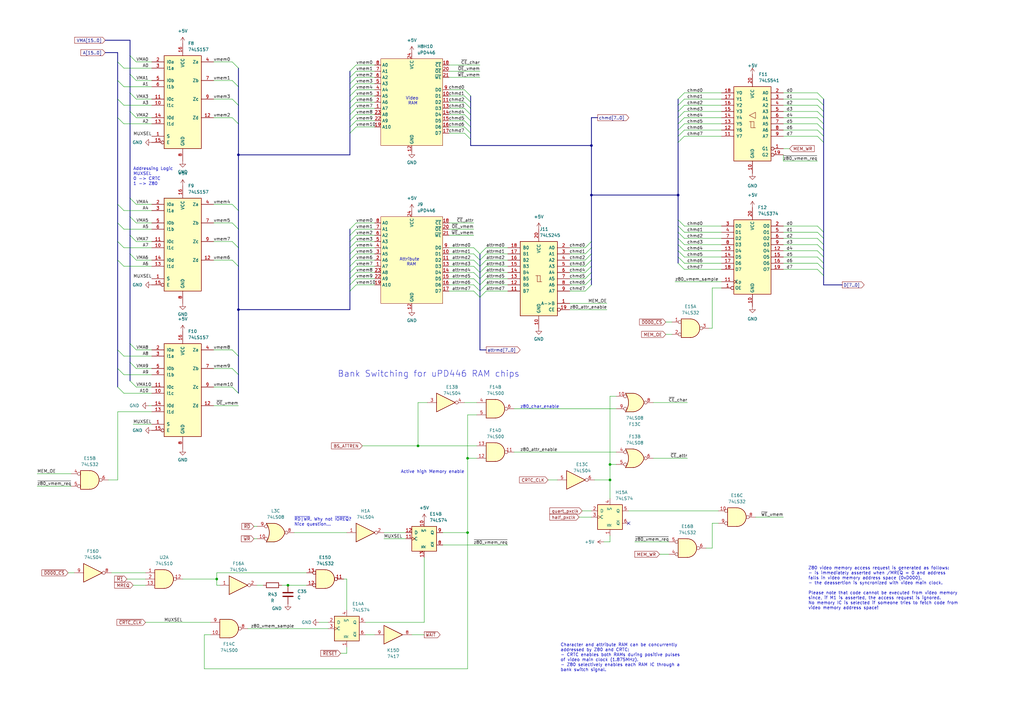
<source format=kicad_sch>
(kicad_sch (version 20230121) (generator eeschema)
  (paper "A3")
  (junction (at 118.11 240.03))
  (junction (at 88.9 237.49))
  (junction (at 171.45 182.88))
  (junction (at 242.57 59.69))
  (junction (at 97.79 127))
  (junction (at 278.13 80.01))
  (junction (at 250.19 190.5))
  (junction (at 97.79 63.5))
  (junction (at 242.57 80.01))
  (junction (at 191.77 187.96))
  (junction (at 250.19 196.85))
  (junction (at 191.77 218.44))
  (no_connect (at 257.81 214.63))
  (bus_entry (at 242.57 116.84) (size -2.54 2.54))
  (bus_entry (at 143.51 39.37) (size 2.54 -2.54))
  (bus_entry (at 143.51 36.83) (size 2.54 -2.54))
  (bus_entry (at 143.51 41.91) (size 2.54 -2.54))
  (bus_entry (at 143.51 44.45) (size 2.54 -2.54))
  (bus_entry (at 143.51 54.61) (size 2.54 -2.54))
  (bus_entry (at 143.51 49.53) (size 2.54 -2.54))
  (bus_entry (at 143.51 52.07) (size 2.54 -2.54))
  (bus_entry (at 143.51 46.99) (size 2.54 -2.54))
  (bus_entry (at 143.51 31.75) (size 2.54 -2.54))
  (bus_entry (at 143.51 29.21) (size 2.54 -2.54))
  (bus_entry (at 143.51 34.29) (size 2.54 -2.54))
  (bus_entry (at 190.5 41.91) (size 2.54 2.54))
  (bus_entry (at 146.05 91.44) (size -2.54 2.54))
  (bus_entry (at 335.28 100.33) (size 2.54 2.54))
  (bus_entry (at 335.28 102.87) (size 2.54 2.54))
  (bus_entry (at 242.57 114.3) (size -2.54 2.54))
  (bus_entry (at 280.67 100.33) (size -2.54 -2.54))
  (bus_entry (at 242.57 111.76) (size -2.54 2.54))
  (bus_entry (at 146.05 106.68) (size -2.54 2.54))
  (bus_entry (at 194.31 104.14) (size 2.54 2.54))
  (bus_entry (at 48.26 143.51) (size 2.54 2.54))
  (bus_entry (at 280.67 110.49) (size -2.54 -2.54))
  (bus_entry (at 280.67 105.41) (size -2.54 -2.54))
  (bus_entry (at 48.26 151.13) (size 2.54 2.54))
  (bus_entry (at 146.05 101.6) (size -2.54 2.54))
  (bus_entry (at 199.39 111.76) (size -2.54 2.54))
  (bus_entry (at 199.39 109.22) (size -2.54 2.54))
  (bus_entry (at 194.31 109.22) (size 2.54 2.54))
  (bus_entry (at 194.31 114.3) (size 2.54 2.54))
  (bus_entry (at 335.28 40.64) (size 2.54 2.54))
  (bus_entry (at 190.5 36.83) (size 2.54 2.54))
  (bus_entry (at 280.67 55.88) (size -2.54 2.54))
  (bus_entry (at 199.39 104.14) (size -2.54 2.54))
  (bus_entry (at 146.05 96.52) (size -2.54 2.54))
  (bus_entry (at 95.25 33.02) (size 2.54 2.54))
  (bus_entry (at 95.25 25.4) (size 2.54 2.54))
  (bus_entry (at 95.25 40.64) (size 2.54 2.54))
  (bus_entry (at 95.25 48.26) (size 2.54 2.54))
  (bus_entry (at 95.25 143.51) (size 2.54 2.54))
  (bus_entry (at 95.25 151.13) (size 2.54 2.54))
  (bus_entry (at 95.25 158.75) (size 2.54 2.54))
  (bus_entry (at 95.25 99.06) (size 2.54 2.54))
  (bus_entry (at 95.25 106.68) (size 2.54 2.54))
  (bus_entry (at 95.25 91.44) (size 2.54 2.54))
  (bus_entry (at 95.25 83.82) (size 2.54 2.54))
  (bus_entry (at 335.28 97.79) (size 2.54 2.54))
  (bus_entry (at 190.5 39.37) (size 2.54 2.54))
  (bus_entry (at 194.31 106.68) (size 2.54 2.54))
  (bus_entry (at 146.05 104.14) (size -2.54 2.54))
  (bus_entry (at 199.39 101.6) (size -2.54 2.54))
  (bus_entry (at 335.28 53.34) (size 2.54 2.54))
  (bus_entry (at 242.57 104.14) (size -2.54 2.54))
  (bus_entry (at 146.05 99.06) (size -2.54 2.54))
  (bus_entry (at 280.67 43.18) (size -2.54 2.54))
  (bus_entry (at 194.31 116.84) (size 2.54 2.54))
  (bus_entry (at 146.05 114.3) (size -2.54 2.54))
  (bus_entry (at 335.28 43.18) (size 2.54 2.54))
  (bus_entry (at 242.57 99.06) (size -2.54 2.54))
  (bus_entry (at 199.39 119.38) (size -2.54 2.54))
  (bus_entry (at 190.5 44.45) (size 2.54 2.54))
  (bus_entry (at 335.28 38.1) (size 2.54 2.54))
  (bus_entry (at 280.67 50.8) (size -2.54 2.54))
  (bus_entry (at 280.67 40.64) (size -2.54 2.54))
  (bus_entry (at 146.05 109.22) (size -2.54 2.54))
  (bus_entry (at 280.67 95.25) (size -2.54 -2.54))
  (bus_entry (at 335.28 105.41) (size 2.54 2.54))
  (bus_entry (at 190.5 52.07) (size 2.54 2.54))
  (bus_entry (at 280.67 102.87) (size -2.54 -2.54))
  (bus_entry (at 242.57 106.68) (size -2.54 2.54))
  (bus_entry (at 48.26 33.02) (size 2.54 2.54))
  (bus_entry (at 242.57 101.6) (size -2.54 2.54))
  (bus_entry (at 199.39 116.84) (size -2.54 2.54))
  (bus_entry (at 280.67 92.71) (size -2.54 -2.54))
  (bus_entry (at 335.28 92.71) (size 2.54 2.54))
  (bus_entry (at 280.67 53.34) (size -2.54 2.54))
  (bus_entry (at 146.05 93.98) (size -2.54 2.54))
  (bus_entry (at 335.28 50.8) (size 2.54 2.54))
  (bus_entry (at 48.26 99.06) (size 2.54 2.54))
  (bus_entry (at 48.26 83.82) (size 2.54 2.54))
  (bus_entry (at 190.5 49.53) (size 2.54 2.54))
  (bus_entry (at 335.28 55.88) (size 2.54 2.54))
  (bus_entry (at 190.5 46.99) (size 2.54 2.54))
  (bus_entry (at 53.34 45.72) (size 2.54 2.54))
  (bus_entry (at 53.34 38.1) (size 2.54 2.54))
  (bus_entry (at 53.34 30.48) (size 2.54 2.54))
  (bus_entry (at 53.34 22.86) (size 2.54 2.54))
  (bus_entry (at 53.34 104.14) (size 2.54 2.54))
  (bus_entry (at 53.34 156.21) (size 2.54 2.54))
  (bus_entry (at 53.34 148.59) (size 2.54 2.54))
  (bus_entry (at 53.34 140.97) (size 2.54 2.54))
  (bus_entry (at 53.34 96.52) (size 2.54 2.54))
  (bus_entry (at 53.34 81.28) (size 2.54 2.54))
  (bus_entry (at 53.34 88.9) (size 2.54 2.54))
  (bus_entry (at 199.39 114.3) (size -2.54 2.54))
  (bus_entry (at 335.28 107.95) (size 2.54 2.54))
  (bus_entry (at 280.67 48.26) (size -2.54 2.54))
  (bus_entry (at 194.31 119.38) (size 2.54 2.54))
  (bus_entry (at 242.57 109.22) (size -2.54 2.54))
  (bus_entry (at 280.67 97.79) (size -2.54 -2.54))
  (bus_entry (at 48.26 91.44) (size 2.54 2.54))
  (bus_entry (at 146.05 116.84) (size -2.54 2.54))
  (bus_entry (at 194.31 111.76) (size 2.54 2.54))
  (bus_entry (at 199.39 106.68) (size -2.54 2.54))
  (bus_entry (at 335.28 48.26) (size 2.54 2.54))
  (bus_entry (at 146.05 111.76) (size -2.54 2.54))
  (bus_entry (at 280.67 107.95) (size -2.54 -2.54))
  (bus_entry (at 335.28 45.72) (size 2.54 2.54))
  (bus_entry (at 335.28 110.49) (size 2.54 2.54))
  (bus_entry (at 190.5 54.61) (size 2.54 2.54))
  (bus_entry (at 48.26 106.68) (size 2.54 2.54))
  (bus_entry (at 335.28 95.25) (size 2.54 2.54))
  (bus_entry (at 48.26 158.75) (size 2.54 2.54))
  (bus_entry (at 48.26 40.64) (size 2.54 2.54))
  (bus_entry (at 280.67 38.1) (size -2.54 2.54))
  (bus_entry (at 280.67 45.72) (size -2.54 2.54))
  (bus_entry (at 48.26 48.26) (size 2.54 2.54))
  (bus_entry (at 48.26 25.4) (size 2.54 2.54))
  (bus_entry (at 194.31 101.6) (size 2.54 2.54))
  (bus (pts (xy 242.57 104.14) (xy 242.57 106.68)))
  (wire (pts (xy 250.19 190.5) (xy 252.73 190.5)))
  (wire (pts (xy 184.15 46.99) (xy 190.5 46.99)))
  (bus (pts (xy 242.57 99.06) (xy 242.57 101.6)))
  (bus (pts (xy 278.13 48.26) (xy 278.13 50.8)))
  (bus (pts (xy 278.13 43.18) (xy 278.13 45.72)))
  (bus (pts (xy 242.57 101.6) (xy 242.57 104.14)))
  (wire (pts (xy 74.93 237.49) (xy 88.9 237.49)))
  (wire (pts (xy 50.8 101.6) (xy 62.23 101.6)))
  (wire (pts (xy 233.68 116.84) (xy 240.03 116.84)))
  (bus (pts (xy 143.51 36.83) (xy 143.51 39.37)))
  (wire (pts (xy 50.8 146.05) (xy 62.23 146.05)))
  (wire (pts (xy 184.15 116.84) (xy 194.31 116.84)))
  (wire (pts (xy 50.8 50.8) (xy 62.23 50.8)))
  (bus (pts (xy 242.57 59.69) (xy 242.57 48.26)))
  (bus (pts (xy 97.79 43.18) (xy 97.79 50.8)))
  (wire (pts (xy 181.61 218.44) (xy 191.77 218.44)))
  (wire (pts (xy 50.8 161.29) (xy 62.23 161.29)))
  (wire (pts (xy 83.82 260.35) (xy 83.82 274.32)))
  (bus (pts (xy 193.04 49.53) (xy 193.04 46.99)))
  (bus (pts (xy 48.26 83.82) (xy 48.26 91.44)))
  (wire (pts (xy 335.28 105.41) (xy 321.31 105.41)))
  (bus (pts (xy 143.51 34.29) (xy 143.51 36.83)))
  (wire (pts (xy 146.05 91.44) (xy 153.67 91.44)))
  (bus (pts (xy 193.04 44.45) (xy 193.04 41.91)))
  (bus (pts (xy 196.85 114.3) (xy 196.85 116.84)))
  (wire (pts (xy 101.6 257.81) (xy 134.62 257.81)))
  (bus (pts (xy 278.13 40.64) (xy 278.13 43.18)))
  (wire (pts (xy 87.63 143.51) (xy 95.25 143.51)))
  (wire (pts (xy 184.15 109.22) (xy 194.31 109.22)))
  (bus (pts (xy 143.51 106.68) (xy 143.51 109.22)))
  (wire (pts (xy 335.28 97.79) (xy 321.31 97.79)))
  (wire (pts (xy 184.15 104.14) (xy 194.31 104.14)))
  (wire (pts (xy 199.39 109.22) (xy 208.28 109.22)))
  (wire (pts (xy 335.28 50.8) (xy 321.31 50.8)))
  (wire (pts (xy 280.67 55.88) (xy 295.91 55.88)))
  (wire (pts (xy 292.1 214.63) (xy 292.1 224.79)))
  (wire (pts (xy 48.26 168.91) (xy 48.26 196.85)))
  (wire (pts (xy 105.41 220.98) (xy 104.14 220.98)))
  (bus (pts (xy 337.82 102.87) (xy 337.82 105.41)))
  (wire (pts (xy 294.64 214.63) (xy 292.1 214.63)))
  (wire (pts (xy 88.9 234.95) (xy 125.73 234.95)))
  (wire (pts (xy 146.05 109.22) (xy 153.67 109.22)))
  (bus (pts (xy 242.57 111.76) (xy 242.57 114.3)))
  (bus (pts (xy 48.26 99.06) (xy 48.26 106.68)))
  (bus (pts (xy 143.51 49.53) (xy 143.51 52.07)))
  (wire (pts (xy 280.67 92.71) (xy 295.91 92.71)))
  (bus (pts (xy 53.34 140.97) (xy 53.34 148.59)))
  (wire (pts (xy 87.63 151.13) (xy 95.25 151.13)))
  (wire (pts (xy 146.05 104.14) (xy 153.67 104.14)))
  (wire (pts (xy 146.05 39.37) (xy 153.67 39.37)))
  (wire (pts (xy 55.88 40.64) (xy 62.23 40.64)))
  (wire (pts (xy 191.77 170.18) (xy 191.77 187.96)))
  (wire (pts (xy 199.39 106.68) (xy 208.28 106.68)))
  (wire (pts (xy 55.88 151.13) (xy 62.23 151.13)))
  (wire (pts (xy 97.79 166.37) (xy 87.63 166.37)))
  (wire (pts (xy 87.63 99.06) (xy 95.25 99.06)))
  (bus (pts (xy 143.51 96.52) (xy 143.51 99.06)))
  (wire (pts (xy 88.9 234.95) (xy 88.9 237.49)))
  (wire (pts (xy 184.15 106.68) (xy 194.31 106.68)))
  (wire (pts (xy 87.63 158.75) (xy 95.25 158.75)))
  (wire (pts (xy 250.19 219.71) (xy 250.19 222.25)))
  (wire (pts (xy 168.91 260.35) (xy 173.99 260.35)))
  (wire (pts (xy 184.15 91.44) (xy 194.31 91.44)))
  (bus (pts (xy 337.82 116.84) (xy 345.44 116.84)))
  (wire (pts (xy 134.62 255.27) (xy 130.81 255.27)))
  (bus (pts (xy 196.85 116.84) (xy 196.85 119.38)))
  (bus (pts (xy 143.51 101.6) (xy 143.51 104.14)))
  (bus (pts (xy 97.79 63.5) (xy 97.79 86.36)))
  (bus (pts (xy 337.82 58.42) (xy 337.82 95.25)))
  (wire (pts (xy 87.63 83.82) (xy 95.25 83.82)))
  (wire (pts (xy 29.21 199.39) (xy 15.24 199.39)))
  (bus (pts (xy 53.34 96.52) (xy 53.34 104.14)))
  (wire (pts (xy 54.61 240.03) (xy 59.69 240.03)))
  (wire (pts (xy 55.88 99.06) (xy 62.23 99.06)))
  (wire (pts (xy 107.95 240.03) (xy 105.41 240.03)))
  (wire (pts (xy 199.39 114.3) (xy 208.28 114.3)))
  (bus (pts (xy 53.34 148.59) (xy 53.34 156.21)))
  (wire (pts (xy 142.24 265.43) (xy 142.24 267.97)))
  (wire (pts (xy 191.77 187.96) (xy 191.77 218.44)))
  (bus (pts (xy 242.57 80.01) (xy 278.13 80.01)))
  (wire (pts (xy 292.1 224.79) (xy 289.56 224.79)))
  (wire (pts (xy 27.94 234.95) (xy 30.48 234.95)))
  (bus (pts (xy 278.13 90.17) (xy 278.13 92.71)))
  (bus (pts (xy 278.13 105.41) (xy 278.13 107.95)))
  (wire (pts (xy 280.67 95.25) (xy 295.91 95.25)))
  (bus (pts (xy 97.79 35.56) (xy 97.79 43.18)))
  (wire (pts (xy 280.67 107.95) (xy 295.91 107.95)))
  (bus (pts (xy 278.13 97.79) (xy 278.13 100.33)))
  (wire (pts (xy 191.77 170.18) (xy 195.58 170.18)))
  (wire (pts (xy 267.97 187.96) (xy 281.94 187.96)))
  (bus (pts (xy 53.34 104.14) (xy 53.34 140.97)))
  (wire (pts (xy 171.45 165.1) (xy 171.45 182.88)))
  (wire (pts (xy 280.67 43.18) (xy 295.91 43.18)))
  (wire (pts (xy 335.28 43.18) (xy 321.31 43.18)))
  (bus (pts (xy 143.51 44.45) (xy 143.51 46.99)))
  (wire (pts (xy 184.15 119.38) (xy 194.31 119.38)))
  (bus (pts (xy 53.34 88.9) (xy 53.34 96.52)))
  (wire (pts (xy 184.15 49.53) (xy 190.5 49.53)))
  (bus (pts (xy 278.13 92.71) (xy 278.13 95.25)))
  (bus (pts (xy 193.04 52.07) (xy 193.04 49.53)))
  (wire (pts (xy 238.76 209.55) (xy 242.57 209.55)))
  (bus (pts (xy 143.51 29.21) (xy 143.51 31.75)))
  (bus (pts (xy 97.79 63.5) (xy 143.51 63.5)))
  (wire (pts (xy 335.28 92.71) (xy 321.31 92.71)))
  (bus (pts (xy 143.51 46.99) (xy 143.51 49.53)))
  (wire (pts (xy 210.82 167.64) (xy 252.73 167.64)))
  (bus (pts (xy 193.04 41.91) (xy 193.04 39.37)))
  (bus (pts (xy 196.85 106.68) (xy 196.85 109.22)))
  (wire (pts (xy 335.28 53.34) (xy 321.31 53.34)))
  (wire (pts (xy 195.58 187.96) (xy 191.77 187.96)))
  (wire (pts (xy 270.51 227.33) (xy 274.32 227.33)))
  (wire (pts (xy 153.67 260.35) (xy 149.86 260.35)))
  (wire (pts (xy 118.11 240.03) (xy 125.73 240.03)))
  (bus (pts (xy 143.51 119.38) (xy 143.51 127)))
  (wire (pts (xy 88.9 240.03) (xy 90.17 240.03)))
  (wire (pts (xy 146.05 34.29) (xy 153.67 34.29)))
  (bus (pts (xy 337.82 100.33) (xy 337.82 102.87)))
  (wire (pts (xy 55.88 143.51) (xy 62.23 143.51)))
  (wire (pts (xy 280.67 110.49) (xy 295.91 110.49)))
  (bus (pts (xy 278.13 53.34) (xy 278.13 55.88)))
  (wire (pts (xy 199.39 116.84) (xy 208.28 116.84)))
  (bus (pts (xy 143.51 104.14) (xy 143.51 106.68)))
  (bus (pts (xy 278.13 50.8) (xy 278.13 53.34)))
  (wire (pts (xy 335.28 110.49) (xy 321.31 110.49)))
  (wire (pts (xy 146.05 93.98) (xy 153.67 93.98)))
  (wire (pts (xy 173.99 228.6) (xy 173.99 255.27)))
  (wire (pts (xy 280.67 38.1) (xy 295.91 38.1)))
  (bus (pts (xy 278.13 55.88) (xy 278.13 58.42)))
  (wire (pts (xy 55.88 25.4) (xy 62.23 25.4)))
  (bus (pts (xy 278.13 95.25) (xy 278.13 97.79)))
  (bus (pts (xy 97.79 153.67) (xy 97.79 161.29)))
  (bus (pts (xy 337.82 107.95) (xy 337.82 110.49)))
  (wire (pts (xy 184.15 101.6) (xy 194.31 101.6)))
  (bus (pts (xy 278.13 100.33) (xy 278.13 102.87)))
  (wire (pts (xy 233.68 109.22) (xy 240.03 109.22)))
  (bus (pts (xy 97.79 146.05) (xy 97.79 153.67)))
  (bus (pts (xy 143.51 41.91) (xy 143.51 44.45)))
  (bus (pts (xy 97.79 86.36) (xy 97.79 93.98)))
  (bus (pts (xy 193.04 46.99) (xy 193.04 44.45)))
  (wire (pts (xy 181.61 223.52) (xy 208.28 223.52)))
  (wire (pts (xy 146.05 116.84) (xy 153.67 116.84)))
  (wire (pts (xy 257.81 209.55) (xy 294.64 209.55)))
  (wire (pts (xy 250.19 196.85) (xy 250.19 204.47)))
  (wire (pts (xy 233.68 106.68) (xy 240.03 106.68)))
  (wire (pts (xy 233.68 111.76) (xy 240.03 111.76)))
  (bus (pts (xy 337.82 105.41) (xy 337.82 107.95)))
  (wire (pts (xy 280.67 105.41) (xy 295.91 105.41)))
  (bus (pts (xy 143.51 114.3) (xy 143.51 116.84)))
  (bus (pts (xy 48.26 106.68) (xy 48.26 143.51)))
  (wire (pts (xy 115.57 240.03) (xy 118.11 240.03)))
  (bus (pts (xy 337.82 95.25) (xy 337.82 97.79)))
  (bus (pts (xy 143.51 31.75) (xy 143.51 34.29)))
  (bus (pts (xy 196.85 143.51) (xy 199.39 143.51)))
  (wire (pts (xy 55.88 91.44) (xy 62.23 91.44)))
  (wire (pts (xy 280.67 45.72) (xy 295.91 45.72)))
  (wire (pts (xy 199.39 119.38) (xy 208.28 119.38)))
  (wire (pts (xy 233.68 101.6) (xy 240.03 101.6)))
  (bus (pts (xy 278.13 58.42) (xy 278.13 80.01)))
  (wire (pts (xy 50.8 35.56) (xy 62.23 35.56)))
  (wire (pts (xy 48.26 168.91) (xy 62.23 168.91)))
  (wire (pts (xy 87.63 48.26) (xy 95.25 48.26)))
  (bus (pts (xy 143.51 93.98) (xy 143.51 96.52)))
  (wire (pts (xy 250.19 162.56) (xy 250.19 190.5)))
  (wire (pts (xy 184.15 44.45) (xy 190.5 44.45)))
  (wire (pts (xy 184.15 41.91) (xy 190.5 41.91)))
  (wire (pts (xy 15.24 194.31) (xy 29.21 194.31)))
  (bus (pts (xy 48.26 91.44) (xy 48.26 99.06)))
  (wire (pts (xy 273.05 137.16) (xy 275.59 137.16)))
  (wire (pts (xy 54.61 173.99) (xy 62.23 173.99)))
  (wire (pts (xy 142.24 237.49) (xy 142.24 250.19)))
  (wire (pts (xy 146.05 36.83) (xy 153.67 36.83)))
  (bus (pts (xy 43.18 16.51) (xy 53.34 16.51)))
  (wire (pts (xy 146.05 46.99) (xy 153.67 46.99)))
  (wire (pts (xy 60.96 166.37) (xy 62.23 166.37)))
  (wire (pts (xy 250.19 162.56) (xy 252.73 162.56)))
  (wire (pts (xy 50.8 93.98) (xy 62.23 93.98)))
  (wire (pts (xy 157.48 218.44) (xy 166.37 218.44)))
  (wire (pts (xy 87.63 33.02) (xy 95.25 33.02)))
  (bus (pts (xy 196.85 111.76) (xy 196.85 114.3)))
  (bus (pts (xy 278.13 45.72) (xy 278.13 48.26)))
  (wire (pts (xy 280.67 48.26) (xy 295.91 48.26)))
  (bus (pts (xy 337.82 50.8) (xy 337.82 53.34)))
  (bus (pts (xy 97.79 127) (xy 97.79 146.05)))
  (wire (pts (xy 184.15 36.83) (xy 190.5 36.83)))
  (bus (pts (xy 196.85 121.92) (xy 196.85 143.51)))
  (bus (pts (xy 97.79 27.94) (xy 97.79 35.56)))
  (wire (pts (xy 295.91 118.11) (xy 292.1 118.11)))
  (bus (pts (xy 97.79 127) (xy 143.51 127)))
  (bus (pts (xy 48.26 25.4) (xy 48.26 33.02)))
  (wire (pts (xy 184.15 39.37) (xy 190.5 39.37)))
  (wire (pts (xy 83.82 260.35) (xy 86.36 260.35)))
  (wire (pts (xy 50.8 153.67) (xy 62.23 153.67)))
  (wire (pts (xy 292.1 118.11) (xy 292.1 134.62)))
  (wire (pts (xy 199.39 111.76) (xy 208.28 111.76)))
  (bus (pts (xy 242.57 106.68) (xy 242.57 109.22)))
  (wire (pts (xy 191.77 218.44) (xy 191.77 274.32)))
  (bus (pts (xy 337.82 55.88) (xy 337.82 58.42)))
  (bus (pts (xy 337.82 48.26) (xy 337.82 50.8)))
  (bus (pts (xy 97.79 50.8) (xy 97.79 63.5)))
  (wire (pts (xy 55.88 33.02) (xy 62.23 33.02)))
  (bus (pts (xy 337.82 113.03) (xy 337.82 116.84)))
  (bus (pts (xy 337.82 40.64) (xy 337.82 43.18)))
  (wire (pts (xy 88.9 237.49) (xy 88.9 240.03)))
  (wire (pts (xy 335.28 100.33) (xy 321.31 100.33)))
  (bus (pts (xy 242.57 109.22) (xy 242.57 111.76)))
  (wire (pts (xy 55.88 158.75) (xy 62.23 158.75)))
  (wire (pts (xy 105.41 215.9) (xy 104.14 215.9)))
  (wire (pts (xy 146.05 41.91) (xy 153.67 41.91)))
  (wire (pts (xy 146.05 29.21) (xy 153.67 29.21)))
  (wire (pts (xy 50.8 43.18) (xy 62.23 43.18)))
  (wire (pts (xy 171.45 165.1) (xy 175.26 165.1)))
  (bus (pts (xy 143.51 111.76) (xy 143.51 114.3)))
  (bus (pts (xy 53.34 45.72) (xy 53.34 81.28)))
  (wire (pts (xy 335.28 66.04) (xy 321.31 66.04)))
  (wire (pts (xy 290.83 134.62) (xy 292.1 134.62)))
  (bus (pts (xy 43.18 21.59) (xy 48.26 21.59)))
  (wire (pts (xy 260.35 222.25) (xy 274.32 222.25)))
  (wire (pts (xy 184.15 93.98) (xy 194.31 93.98)))
  (wire (pts (xy 50.8 109.22) (xy 62.23 109.22)))
  (wire (pts (xy 335.28 40.64) (xy 321.31 40.64)))
  (bus (pts (xy 337.82 53.34) (xy 337.82 55.88)))
  (wire (pts (xy 184.15 31.75) (xy 196.85 31.75)))
  (bus (pts (xy 193.04 54.61) (xy 193.04 52.07)))
  (wire (pts (xy 50.8 86.36) (xy 62.23 86.36)))
  (bus (pts (xy 97.79 93.98) (xy 97.79 101.6)))
  (bus (pts (xy 48.26 33.02) (xy 48.26 40.64)))
  (wire (pts (xy 87.63 25.4) (xy 95.25 25.4)))
  (wire (pts (xy 280.67 40.64) (xy 295.91 40.64)))
  (wire (pts (xy 87.63 91.44) (xy 95.25 91.44)))
  (wire (pts (xy 210.82 185.42) (xy 252.73 185.42)))
  (bus (pts (xy 53.34 81.28) (xy 53.34 88.9)))
  (wire (pts (xy 48.26 196.85) (xy 44.45 196.85)))
  (wire (pts (xy 59.69 255.27) (xy 86.36 255.27)))
  (wire (pts (xy 146.05 26.67) (xy 153.67 26.67)))
  (wire (pts (xy 321.31 66.04) (xy 321.31 63.5)))
  (bus (pts (xy 242.57 59.69) (xy 242.57 80.01)))
  (bus (pts (xy 143.51 116.84) (xy 143.51 119.38)))
  (wire (pts (xy 87.63 40.64) (xy 95.25 40.64)))
  (bus (pts (xy 143.51 99.06) (xy 143.51 101.6)))
  (wire (pts (xy 184.15 111.76) (xy 194.31 111.76)))
  (bus (pts (xy 53.34 22.86) (xy 53.34 30.48)))
  (bus (pts (xy 242.57 114.3) (xy 242.57 116.84)))
  (wire (pts (xy 146.05 101.6) (xy 153.67 101.6)))
  (wire (pts (xy 55.88 106.68) (xy 62.23 106.68)))
  (wire (pts (xy 247.65 222.25) (xy 250.19 222.25)))
  (wire (pts (xy 280.67 53.34) (xy 295.91 53.34)))
  (bus (pts (xy 48.26 21.59) (xy 48.26 25.4)))
  (wire (pts (xy 276.86 115.57) (xy 295.91 115.57)))
  (wire (pts (xy 267.97 165.1) (xy 281.94 165.1)))
  (bus (pts (xy 278.13 102.87) (xy 278.13 105.41)))
  (wire (pts (xy 171.45 182.88) (xy 195.58 182.88)))
  (wire (pts (xy 149.86 255.27) (xy 173.99 255.27)))
  (wire (pts (xy 233.68 119.38) (xy 240.03 119.38)))
  (wire (pts (xy 191.77 274.32) (xy 83.82 274.32)))
  (bus (pts (xy 193.04 57.15) (xy 193.04 59.69)))
  (wire (pts (xy 335.28 38.1) (xy 321.31 38.1)))
  (wire (pts (xy 248.92 127) (xy 233.68 127)))
  (wire (pts (xy 243.84 196.85) (xy 250.19 196.85)))
  (wire (pts (xy 142.24 237.49) (xy 140.97 237.49)))
  (wire (pts (xy 87.63 106.68) (xy 95.25 106.68)))
  (wire (pts (xy 335.28 55.88) (xy 321.31 55.88)))
  (wire (pts (xy 184.15 54.61) (xy 190.5 54.61)))
  (wire (pts (xy 184.15 26.67) (xy 196.85 26.67)))
  (wire (pts (xy 146.05 96.52) (xy 153.67 96.52)))
  (wire (pts (xy 335.28 48.26) (xy 321.31 48.26)))
  (wire (pts (xy 224.79 196.85) (xy 228.6 196.85)))
  (wire (pts (xy 335.28 102.87) (xy 321.31 102.87)))
  (wire (pts (xy 248.92 124.46) (xy 233.68 124.46)))
  (wire (pts (xy 45.72 234.95) (xy 59.69 234.95)))
  (wire (pts (xy 184.15 29.21) (xy 196.85 29.21)))
  (wire (pts (xy 184.15 114.3) (xy 194.31 114.3)))
  (bus (pts (xy 143.51 52.07) (xy 143.51 54.61)))
  (bus (pts (xy 143.51 54.61) (xy 143.51 63.5)))
  (wire (pts (xy 309.88 212.09) (xy 321.31 212.09)))
  (bus (pts (xy 193.04 57.15) (xy 193.04 54.61)))
  (wire (pts (xy 55.88 48.26) (xy 62.23 48.26)))
  (wire (pts (xy 184.15 52.07) (xy 190.5 52.07)))
  (wire (pts (xy 199.39 104.14) (xy 208.28 104.14)))
  (wire (pts (xy 52.07 237.49) (xy 59.69 237.49)))
  (wire (pts (xy 233.68 114.3) (xy 240.03 114.3)))
  (bus (pts (xy 53.34 22.86) (xy 53.34 16.51)))
  (wire (pts (xy 273.05 132.08) (xy 275.59 132.08)))
  (bus (pts (xy 337.82 45.72) (xy 337.82 48.26)))
  (wire (pts (xy 250.19 196.85) (xy 250.19 190.5)))
  (wire (pts (xy 146.05 49.53) (xy 153.67 49.53)))
  (wire (pts (xy 335.28 45.72) (xy 321.31 45.72)))
  (bus (pts (xy 53.34 30.48) (xy 53.34 38.1)))
  (wire (pts (xy 199.39 101.6) (xy 208.28 101.6)))
  (wire (pts (xy 146.05 31.75) (xy 153.67 31.75)))
  (bus (pts (xy 48.26 40.64) (xy 48.26 48.26)))
  (bus (pts (xy 48.26 48.26) (xy 48.26 83.82)))
  (wire (pts (xy 146.05 111.76) (xy 153.67 111.76)))
  (wire (pts (xy 323.85 60.96) (xy 321.31 60.96)))
  (wire (pts (xy 280.67 50.8) (xy 295.91 50.8)))
  (wire (pts (xy 146.05 99.06) (xy 153.67 99.06)))
  (bus (pts (xy 337.82 43.18) (xy 337.82 45.72)))
  (bus (pts (xy 53.34 38.1) (xy 53.34 45.72)))
  (wire (pts (xy 190.5 165.1) (xy 195.58 165.1)))
  (wire (pts (xy 335.28 107.95) (xy 321.31 107.95)))
  (bus (pts (xy 48.26 143.51) (xy 48.26 151.13)))
  (bus (pts (xy 143.51 39.37) (xy 143.51 41.91)))
  (bus (pts (xy 242.57 48.26) (xy 245.11 48.26)))
  (wire (pts (xy 142.24 218.44) (xy 120.65 218.44)))
  (wire (pts (xy 50.8 27.94) (xy 62.23 27.94)))
  (bus (pts (xy 97.79 109.22) (xy 97.79 127)))
  (wire (pts (xy 335.28 95.25) (xy 321.31 95.25)))
  (bus (pts (xy 196.85 104.14) (xy 196.85 106.68)))
  (wire (pts (xy 148.59 182.88) (xy 171.45 182.88)))
  (wire (pts (xy 280.67 100.33) (xy 295.91 100.33)))
  (bus (pts (xy 196.85 119.38) (xy 196.85 121.92)))
  (bus (pts (xy 48.26 151.13) (xy 48.26 158.75)))
  (bus (pts (xy 143.51 109.22) (xy 143.51 111.76)))
  (bus (pts (xy 242.57 80.01) (xy 242.57 99.06)))
  (bus (pts (xy 97.79 101.6) (xy 97.79 109.22)))
  (bus (pts (xy 337.82 97.79) (xy 337.82 100.33)))
  (wire (pts (xy 157.48 220.98) (xy 166.37 220.98)))
  (wire (pts (xy 280.67 102.87) (xy 295.91 102.87)))
  (wire (pts (xy 55.88 83.82) (xy 62.23 83.82)))
  (bus (pts (xy 337.82 110.49) (xy 337.82 113.03)))
  (wire (pts (xy 146.05 44.45) (xy 153.67 44.45)))
  (bus (pts (xy 278.13 80.01) (xy 278.13 90.17)))
  (wire (pts (xy 139.7 267.97) (xy 142.24 267.97)))
  (wire (pts (xy 280.67 97.79) (xy 295.91 97.79)))
  (bus (pts (xy 196.85 109.22) (xy 196.85 111.76)))
  (wire (pts (xy 146.05 52.07) (xy 153.67 52.07)))
  (wire (pts (xy 184.15 96.52) (xy 194.31 96.52)))
  (bus (pts (xy 242.57 59.69) (xy 193.04 59.69)))
  (wire (pts (xy 146.05 106.68) (xy 153.67 106.68)))
  (wire (pts (xy 146.05 114.3) (xy 153.67 114.3)))
  (wire (pts (xy 237.49 212.09) (xy 242.57 212.09)))
  (wire (pts (xy 233.68 104.14) (xy 240.03 104.14)))
  (text "Attribute\n   RAM" (at 163.83 109.22 0) (effects (font (size 1.27 1.27)) (justify left bottom)))
  (text "Character and attribute RAM can be concurrently\naddressed by Z80 and CRTC:\n- CRTC enables both RAMs during positive pulses\nof video main clock (1.875MHz).\n- Z80 selectively enables each RAM IC through a\nbank switch signal." (at 229.87 275.59 0) (effects (font (size 1.27 1.27)) (justify left bottom)))
  (text "Bank Switching for uPD446 RAM chips" (at 138.43 154.94 0) (effects (font (size 2.54 2.54)) (justify left bottom)))
  (text "~{RD|WR}. Why not ~{IOREQ}?\nNice question..." (at 120.65 215.9 0) (effects (font (size 1.27 1.27)) (justify left bottom)))
  (text "z80_char_enable" (at 213.36 167.64 0) (effects (font (size 1.27 1.27)) (justify left bottom)))
  (text "Addressing Logic\nMUXSEL\n0 -> CRTC\n1 -> Z80" (at 54.61 76.2 0) (effects (font (size 1.27 1.27)) (justify left bottom)))
  (text "Z80 video memory access request is generated as follows:\n- is immediately asserted when /MREQ = 0 and address\nfalls in video memory address space (0xD000).\n- the deassertion is syncronized with video main clock.\n\nPlease note that code cannot be executed from video memory\nsince, if M1 is asserted, the access request is ignored.\nNo memory IC is selected if someone tries to fetch code from\nvideo memory address space!" (at 331.47 250.19 0) (effects (font (size 1.27 1.27)) (justify left bottom)))
  (text "Active high Memory enable" (at 190.5 194.31 0) (effects (font (size 1.27 1.27)) (justify right bottom)))
  (text "Video\n RAM" (at 166.37 43.18 0) (effects (font (size 1.27 1.27)) (justify left bottom)))
  (label "vmem9" (at 146.05 114.3 0))
  (label "chmd4" (at 240.03 111.76 180))
  (label "VMA4" (at 55.88 83.82 0))
  (label "VMA3" (at 55.88 40.64 0))
  (label "A8" (at 60.96 146.05 180))
  (label "vmem4" (at 87.63 83.82 0))
  (label "attrmd4" (at 185.42 111.76 0))
  (label "MUXSEL" (at 62.23 55.88 180))
  (label "A0" (at 60.96 27.94 180))
  (label "chmd0" (at 288.29 92.71 180))
  (label "~{CE}_attr" (at 194.31 91.44 180))
  (label "attrmd2" (at 185.42 106.68 0))
  (label "attrmd0" (at 199.39 101.6 0))
  (label "chmd2" (at 288.29 97.79 180))
  (label "z80_attr_enable" (at 248.92 127 180))
  (label "vmem10" (at 146.05 52.07 0))
  (label "chmd7" (at 190.5 54.61 180))
  (label "~{WE}_vmem" (at 321.31 212.09 180))
  (label "vmem5" (at 146.05 104.14 0))
  (label "~{WE}_vmem" (at 194.31 96.52 180))
  (label "attrmd0" (at 185.42 101.6 0))
  (label "d6" (at 322.58 53.34 0))
  (label "A6" (at 60.96 109.22 180))
  (label "MUXSEL" (at 54.61 173.99 0))
  (label "~{z80_vmem_req}" (at 15.24 199.39 0))
  (label "chmd1" (at 240.03 104.14 180))
  (label "vmem0" (at 87.63 25.4 0))
  (label "d4" (at 322.58 102.87 0))
  (label "chmd6" (at 288.29 107.95 180))
  (label "chmd3" (at 190.5 44.45 180))
  (label "~{z80_vmem_req}" (at 335.28 66.04 180))
  (label "z80_attr_enable" (at 213.36 185.42 0))
  (label "d2" (at 322.58 97.79 0))
  (label "VMA7" (at 55.88 99.06 0))
  (label "vmem10" (at 87.63 158.75 0))
  (label "VMA0" (at 55.88 25.4 0))
  (label "~{OE}_vmem" (at 97.79 166.37 180))
  (label "chmd1" (at 288.29 40.64 180))
  (label "chmd0" (at 288.29 38.1 180))
  (label "vmem2" (at 146.05 31.75 0))
  (label "chmd5" (at 240.03 114.3 180))
  (label "vmem6" (at 146.05 106.68 0))
  (label "~{CE}_attr" (at 281.94 187.96 180))
  (label "attrmd1" (at 185.42 104.14 0))
  (label "vmem8" (at 146.05 111.76 0))
  (label "A9" (at 60.96 153.67 180))
  (label "d5" (at 322.58 50.8 0))
  (label "vmem1" (at 146.05 29.21 0))
  (label "d7" (at 322.58 55.88 0))
  (label "vmem0" (at 146.05 91.44 0))
  (label "chmd3" (at 240.03 109.22 180))
  (label "d0" (at 322.58 92.71 0))
  (label "attrmd3" (at 185.42 109.22 0))
  (label "vmem2" (at 87.63 48.26 0))
  (label "chmd3" (at 288.29 100.33 180))
  (label "vmem5" (at 87.63 91.44 0))
  (label "~{z80_vmem_req}" (at 208.28 223.52 180))
  (label "z80_vmem_sample" (at 276.86 115.57 0))
  (label "VMA8" (at 55.88 143.51 0))
  (label "A4" (at 60.96 86.36 180))
  (label "chmd4" (at 190.5 46.99 180))
  (label "chmd4" (at 288.29 48.26 180))
  (label "d1" (at 322.58 40.64 0))
  (label "~{WE}_vmem" (at 196.85 31.75 180))
  (label "d2" (at 322.58 43.18 0))
  (label "vmem6" (at 146.05 41.91 0))
  (label "vmem8" (at 146.05 46.99 0))
  (label "chmd7" (at 288.29 110.49 180))
  (label "d3" (at 322.58 45.72 0))
  (label "chmd7" (at 288.29 55.88 180))
  (label "d6" (at 322.58 107.95 0))
  (label "vmem7" (at 87.63 99.06 0))
  (label "vmem5" (at 146.05 39.37 0))
  (label "~{CE}_char" (at 281.94 165.1 180))
  (label "chmd2" (at 240.03 106.68 180))
  (label "vmem8" (at 87.63 143.51 0))
  (label "d7" (at 322.58 110.49 0))
  (label "attrmd7" (at 185.42 119.38 0))
  (label "d3" (at 322.58 100.33 0))
  (label "z80_vmem_sample" (at 102.87 257.81 0))
  (label "chmd5" (at 288.29 50.8 180))
  (label "MUXSEL" (at 157.48 220.98 0))
  (label "vmem9" (at 87.63 151.13 0))
  (label "attrmd5" (at 199.39 114.3 0))
  (label "A5" (at 60.96 93.98 180))
  (label "A3" (at 60.96 43.18 180))
  (label "vmem4" (at 146.05 101.6 0))
  (label "vmem4" (at 146.05 36.83 0))
  (label "VMA6" (at 55.88 106.68 0))
  (label "vmem7" (at 146.05 109.22 0))
  (label "~{CE}_char" (at 196.85 26.67 180))
  (label "chmd1" (at 190.5 39.37 180))
  (label "~{z80_vmem_req}" (at 260.35 222.25 0))
  (label "chmd1" (at 288.29 95.25 180))
  (label "VMA1" (at 55.88 33.02 0))
  (label "chmd4" (at 288.29 102.87 180))
  (label "d5" (at 322.58 105.41 0))
  (label "MEM_OE" (at 15.24 194.31 0))
  (label "VMA2" (at 55.88 48.26 0))
  (label "chmd6" (at 288.29 53.34 180))
  (label "attrmd3" (at 199.39 109.22 0))
  (label "chmd0" (at 240.03 101.6 180))
  (label "MUXSEL" (at 67.31 255.27 0))
  (label "VMA10" (at 55.88 158.75 0))
  (label "~{OE}_vmem" (at 196.85 29.21 180))
  (label "A7" (at 60.96 101.6 180))
  (label "attrmd6" (at 185.42 116.84 0))
  (label "chmd5" (at 288.29 105.41 180))
  (label "vmem3" (at 146.05 34.29 0))
  (label "VMA9" (at 55.88 151.13 0))
  (label "A2" (at 60.96 50.8 180))
  (label "vmem9" (at 146.05 49.53 0))
  (label "attrmd7" (at 199.39 119.38 0))
  (label "chmd0" (at 190.5 36.83 180))
  (label "vmem10" (at 146.05 116.84 0))
  (label "~{OE}_vmem" (at 194.31 93.98 180))
  (label "attrmd6" (at 199.39 116.84 0))
  (label "chmd6" (at 190.5 52.07 180))
  (label "vmem1" (at 146.05 93.98 0))
  (label "chmd5" (at 190.5 49.53 180))
  (label "chmd6" (at 240.03 116.84 180))
  (label "vmem6" (at 87.63 106.68 0))
  (label "attrmd5" (at 185.42 114.3 0))
  (label "A1" (at 60.96 35.56 180))
  (label "vmem2" (at 146.05 96.52 0))
  (label "vmem0" (at 146.05 26.67 0))
  (label "attrmd1" (at 199.39 104.14 0))
  (label "chmd3" (at 288.29 45.72 180))
  (label "vmem3" (at 146.05 99.06 0))
  (label "VMA5" (at 55.88 91.44 0))
  (label "d4" (at 322.58 48.26 0))
  (label "A10" (at 60.96 161.29 180))
  (label "chmd2" (at 190.5 41.91 180))
  (label "chmd7" (at 240.03 119.38 180))
  (label "MEM_OE" (at 248.92 124.46 180))
  (label "vmem3" (at 87.63 40.64 0))
  (label "attrmd2" (at 199.39 106.68 0))
  (label "chmd2" (at 288.29 43.18 180))
  (label "vmem1" (at 87.63 33.02 0))
  (label "attrmd4" (at 199.39 111.76 0))
  (label "d1" (at 322.58 95.25 0))
  (label "vmem7" (at 146.05 44.45 0))
  (label "MUXSEL" (at 62.23 114.3 180))
  (label "d0" (at 322.58 38.1 0))
  (global_label "~{RESET}" (shape input) (at 139.7 267.97 180) (property "Intersheetrefs" "${INTERSHEET_REFS}" (effects hide)))
  (global_label "chmd[7..0]" (shape output) (at 245.11 48.26 0) (property "Intersheetrefs" "${INTERSHEET_REFS}" (effects hide)))
  (global_label "BS_ATTREN" (shape input) (at 148.59 182.88 180) (property "Intersheetrefs" "${INTERSHEET_REFS}" (effects hide)))
  (global_label "attrmd[7..0]" (shape output) (at 199.39 143.51 0) (property "Intersheetrefs" "${INTERSHEET_REFS}" (effects hide)))
  (global_label "D[7..0]" (shape output) (at 345.44 116.84 0) (property "Intersheetrefs" "${INTERSHEET_REFS}" (effects hide)))
  (global_label "~{D000_CS}" (shape input) (at 273.05 132.08 180) (property "Intersheetrefs" "${INTERSHEET_REFS}" (effects hide)))
  (global_label "quart_pxclk" (shape input) (at 238.76 209.55 180) (property "Intersheetrefs" "${INTERSHEET_REFS}" (effects hide)))
  (global_label "~{RD}" (shape input) (at 104.14 215.9 180) (property "Intersheetrefs" "${INTERSHEET_REFS}" (effects hide)))
  (global_label "A[15..0]" (shape input) (at 43.18 21.59 180) (property "Intersheetrefs" "${INTERSHEET_REFS}" (effects hide)))
  (global_label "~{CRTC_CLK}" (shape input) (at 59.69 255.27 180) (property "Intersheetrefs" "${INTERSHEET_REFS}" (effects hide)))
  (global_label "MREQ" (shape input) (at 54.61 240.03 180) (property "Intersheetrefs" "${INTERSHEET_REFS}" (effects hide)))
  (global_label "~{WAIT}" (shape output) (at 173.99 260.35 0) (property "Intersheetrefs" "${INTERSHEET_REFS}" (effects hide)))
  (global_label "MEM_WR" (shape input) (at 270.51 227.33 180) (property "Intersheetrefs" "${INTERSHEET_REFS}" (effects hide)))
  (global_label "~{D000_CS}" (shape input) (at 27.94 234.95 180) (property "Intersheetrefs" "${INTERSHEET_REFS}" (effects hide)))
  (global_label "~{WR}" (shape input) (at 104.14 220.98 180) (property "Intersheetrefs" "${INTERSHEET_REFS}" (effects hide)))
  (global_label "~{M1}" (shape input) (at 52.07 237.49 180) (property "Intersheetrefs" "${INTERSHEET_REFS}" (effects hide)))
  (global_label "MEM_WR" (shape input) (at 323.85 60.96 0) (property "Intersheetrefs" "${INTERSHEET_REFS}" (effects hide)))
  (global_label "MEM_OE" (shape input) (at 273.05 137.16 180) (property "Intersheetrefs" "${INTERSHEET_REFS}" (effects hide)))
  (global_label "VMA[15..0]" (shape input) (at 43.18 16.51 180) (property "Intersheetrefs" "${INTERSHEET_REFS}" (effects hide)))
  (global_label "CRTC_CLK" (shape input) (at 224.79 196.85 180) (property "Intersheetrefs" "${INTERSHEET_REFS}" (effects hide)))
  (global_label "half_pxclk" (shape input) (at 237.49 212.09 180) (property "Intersheetrefs" "${INTERSHEET_REFS}" (effects hide)))
  (symbol (lib_id "74xx:74LS00") (at 203.2 167.64 0) (unit 2)
    (property "Reference" "F14" (at 203.1917 158.75 0))
    (property "Value" "74LS00" (at 203.1917 161.29 0))
    (property "Datasheet" "http://www.ti.com/lit/gpn/sn74ls00" (effects hide))
    (instances (project "ceda" (path "" (reference "F14") (unit 2)) (path "" (reference "UF14") (unit 2))))
  )
  (symbol (lib_id "power:GND") (at 168.91 62.23 0) (unit 1)
    (property "Reference" "#PWR?" (effects hide))
    (property "Value" "GND" (at 168.91 66.6734 0))
    (instances (project "ceda" (path "" (reference "#PWR?") (unit 1)) (path "" (reference "#PWR0194") (unit 1))))
  )
  (symbol (lib_id "power:+5V") (at 308.61 85.09 0) (mirror y) (unit 1)
    (property "Reference" "#PWR?" (effects hide))
    (property "Value" "+5V" (at 308.61 80.01 0))
  )
  (symbol (lib_id "power:+5V") (at 74.93 76.2 0) (unit 1)
    (property "Reference" "#PWR?" (effects hide))
    (property "Value" "+5V" (at 74.93 71.12 0))
  )
  (symbol (lib_id "74xx:74LS245") (at 220.98 114.3 0) (mirror y) (unit 1)
    (property "Reference" "J11" (at 221.3259 93.98 0) (effects (justify right)))
    (property "Value" "74LS245" (at 221.3259 96.52 0) (effects (justify right)))
    (property "Datasheet" "http://www.ti.com/lit/gpn/sn74LS245" (effects hide))
    (instances (project "ceda" (path "" (reference "J11") (unit 1)) (path "" (reference "UJ11") (unit 1))))
  )
  (symbol (lib_id "74xx:74LS04") (at 182.88 165.1 0) (unit 2)
    (property "Reference" "E13" (at 185.42 158.75 0))
    (property "Value" "74LS04" (at 185.42 161.29 0))
    (property "Datasheet" "http://www.ti.com/lit/gpn/sn74LS04" (effects hide))
    (instances (project "ceda" (path "" (reference "E13") (unit 2)) (path "" (reference "UE13") (unit 2))))
  )
  (symbol (lib_id "power:GND") (at 60.96 166.37 270) (unit 1)
    (property "Reference" "#PWR0114" (effects hide))
    (property "Value" "GND" (at 57.15 166.37 90) (effects (justify right)))
  )
  (symbol (lib_id "74xx:74LS74") (at 173.99 220.98 0) (unit 2)
    (property "Reference" "E14" (at 176.1841 210.82 0) (effects (justify left)))
    (property "Value" "74LS74" (at 176.1841 213.36 0) (effects (justify left)))
    (property "Datasheet" "74xx/74hc_hct74.pdf" (effects hide))
    (instances (project "ceda" (path "" (reference "E14") (unit 2)) (path "" (reference "UE14") (unit 2))))
  )
  (symbol (lib_id "74xx:74LS08") (at 260.35 165.1 0) (mirror x) (unit 3) (convert 2)
    (property "Reference" "F13" (at 260.35 173.99 0))
    (property "Value" "74LS08" (at 260.35 171.45 0))
    (property "Datasheet" "http://www.ti.com/lit/gpn/sn74LS08" (effects hide))
    (instances (project "ceda" (path "" (reference "F13") (unit 3)) (path "" (reference "UF13") (unit 3))))
  )
  (symbol (lib_id "power:+5V") (at 173.99 213.36 0) (unit 1)
    (property "Reference" "#PWR049" (effects hide))
    (property "Value" "+5V" (at 173.99 208.28 0))
    (instances (project "ceda" (path "" (reference "#PWR049") (unit 1)) (path "" (reference "#PWR?") (unit 1))))
  )
  (symbol (lib_id "74xx:74LS08") (at 113.03 218.44 0) (unit 3) (convert 2)
    (property "Reference" "L3" (at 113.03 209.55 0))
    (property "Value" "74LS08" (at 113.03 212.09 0))
    (property "Datasheet" "http://www.ti.com/lit/gpn/sn74LS08" (effects hide))
  )
  (symbol (lib_id "74xx:74LS32") (at 283.21 134.62 0) (unit 1) (convert 2)
    (property "Reference" "E15" (at 283.2017 125.73 0))
    (property "Value" "74LS32" (at 283.2017 128.27 0))
    (property "Datasheet" "http://www.ti.com/lit/gpn/sn74LS32" (effects hide))
    (instances (project "ceda" (path "" (reference "E15") (unit 1)) (path "" (reference "UE15") (unit 1))))
  )
  (symbol (lib_name "GND_5") (lib_id "power:GND") (at 168.91 127 0) (unit 1)
    (property "Reference" "#PWR?" (effects hide))
    (property "Value" "GND" (at 168.91 131.4434 0))
    (instances (project "ceda" (path "" (reference "#PWR?") (unit 1)) (path "" (reference "#PWR0197") (unit 1))))
  )
  (symbol (lib_name "GND_7") (lib_id "power:GND") (at 118.11 247.65 0) (unit 1)
    (property "Reference" "#PWR048" (effects hide))
    (property "Value" "GND" (at 115.57 249.555 0) (effects (justify right)))
    (instances (project "ceda" (path "" (reference "#PWR048") (unit 1)) (path "" (reference "#PWR0207") (unit 1))))
  )
  (symbol (lib_id "power:+5V") (at 168.91 21.59 0) (unit 1)
    (property "Reference" "#PWR?" (effects hide))
    (property "Value" "+5V" (at 168.91 16.51 0))
  )
  (symbol (lib_id "74xx:74LS07") (at 161.29 260.35 0) (unit 4)
    (property "Reference" "K15" (at 161.29 266.7 0))
    (property "Value" "7417" (at 161.29 269.24 0))
    (property "Datasheet" "http://www.ti.com/lit/gpn/sn74LS04" (effects hide))
    (instances (project "ceda" (path "" (reference "K15") (unit 4)) (path "" (reference "UC2") (unit 4))))
  )
  (symbol (lib_id "74xx:74LS10") (at 67.31 237.49 0) (unit 1)
    (property "Reference" "U2" (at 67.3017 228.6 0))
    (property "Value" "74LS10" (at 67.3017 231.14 0))
    (property "Datasheet" "http://www.ti.com/lit/gpn/sn74LS10" (effects hide))
    (instances (project "ceda" (path "" (reference "U2") (unit 1)) (path "" (reference "K14") (unit 1)) (path "" (reference "UK14") (unit 1))))
  )
  (symbol (lib_id "ceda:uPD446") (at 168.91 24.13 0) (unit 1)
    (property "Reference" "H8H10" (at 171.1041 19.05 0) (effects (justify left)))
    (property "Value" "uPD446" (at 171.1041 21.59 0) (effects (justify left)))
    (instances (project "ceda" (path "" (reference "H8H10") (unit 1)) (path "" (reference "UH8") (unit 1))))
  )
  (symbol (lib_id "power:GND") (at 62.23 58.42 270) (unit 1)
    (property "Reference" "#PWR043" (effects hide))
    (property "Value" "GND" (at 58.42 58.42 90) (effects (justify right)))
  )
  (symbol (lib_id "power:+5V") (at 308.61 30.48 0) (mirror y) (unit 1)
    (property "Reference" "#PWR?" (effects hide))
    (property "Value" "+5V" (at 308.61 26.924 0))
  )
  (symbol (lib_id "power:GND") (at 62.23 176.53 270) (unit 1)
    (property "Reference" "#PWR045" (effects hide))
    (property "Value" "GND" (at 58.42 176.53 90) (effects (justify right)))
  )
  (symbol (lib_id "74xx:74LS32") (at 281.94 224.79 0) (mirror x) (unit 2) (convert 2)
    (property "Reference" "E16" (at 281.9317 215.9 0))
    (property "Value" "74LS32" (at 281.9317 218.44 0))
    (property "Datasheet" "http://www.ti.com/lit/gpn/sn74LS32" (effects hide))
    (instances (project "ceda" (path "" (reference "E16") (unit 2)) (path "" (reference "UE16") (unit 2))))
  )
  (symbol (lib_id "74xx:74LS157") (at 74.93 99.06 0) (unit 1)
    (property "Reference" "F9" (at 77.1241 76.2 0) (effects (justify left)))
    (property "Value" "74LS157" (at 77.1241 78.74 0) (effects (justify left)))
    (property "Datasheet" "http://www.ti.com/lit/gpn/sn74LS157" (effects hide))
    (instances (project "ceda" (path "" (reference "F9") (unit 1)) (path "" (reference "UF9") (unit 1))))
  )
  (symbol (lib_id "Device:C") (at 118.11 243.84 0) (unit 1)
    (property "Reference" "C35" (at 121.92 242.57 0) (effects (justify left)))
    (property "Value" "C" (at 121.92 245.11 0) (effects (justify left)))
  )
  (symbol (lib_id "74xx:74LS541") (at 308.61 50.8 0) (mirror y) (unit 1)
    (property "Reference" "F11" (at 311.15 30.48 0) (effects (justify right)))
    (property "Value" "74LS541" (at 311.15 33.02 0) (effects (justify right)))
    (property "Datasheet" "http://www.ti.com/lit/gpn/sn74LS541" (effects hide))
    (instances (project "ceda" (path "" (reference "F11") (unit 1)) (path "" (reference "UF11") (unit 1))))
  )
  (symbol (lib_id "ceda:uPD446") (at 168.91 88.9 0) (unit 1)
    (property "Reference" "J9" (at 171.1041 83.82 0) (effects (justify left)))
    (property "Value" "uPD446" (at 171.1041 86.36 0) (effects (justify left)))
    (instances (project "ceda" (path "" (reference "J9") (unit 1)) (path "" (reference "UJ9") (unit 1))))
  )
  (symbol (lib_id "74xx:74LS374") (at 308.61 105.41 0) (unit 1)
    (property "Reference" "F12" (at 310.8041 85.09 0) (effects (justify left)))
    (property "Value" "74LS374" (at 310.8041 87.63 0) (effects (justify left)))
    (property "Datasheet" "http://www.ti.com/lit/gpn/sn74LS374" (effects hide))
    (instances (project "ceda" (path "" (reference "F12") (unit 1)) (path "" (reference "UF12") (unit 1))))
  )
  (symbol (lib_id "power:GND") (at 62.23 116.84 270) (unit 1)
    (property "Reference" "#PWR044" (effects hide))
    (property "Value" "GND" (at 58.42 116.84 90) (effects (justify right)))
  )
  (symbol (lib_id "74xx:74LS32") (at 133.35 237.49 0) (mirror x) (unit 4) (convert 2)
    (property "Reference" "E15" (at 133.3417 228.6 0))
    (property "Value" "74LS32" (at 133.3417 231.14 0))
    (property "Datasheet" "http://www.ti.com/lit/gpn/sn74LS32" (effects hide))
    (instances (project "ceda" (path "" (reference "E15") (unit 4)) (path "" (reference "UE15") (unit 4))))
  )
  (symbol (lib_name "GND_8") (lib_id "power:GND") (at 130.81 255.27 270) (unit 1)
    (property "Reference" "#PWR038" (effects hide))
    (property "Value" "GND" (at 125.73 255.27 90))
    (instances (project "ceda" (path "" (reference "#PWR038") (unit 1)) (path "" (reference "#PWR0205") (unit 1))))
  )
  (symbol (lib_id "74xx:74LS08") (at 260.35 187.96 0) (unit 2) (convert 2)
    (property "Reference" "F13" (at 260.35 179.07 0))
    (property "Value" "74LS08" (at 260.35 181.61 0))
    (property "Datasheet" "http://www.ti.com/lit/gpn/sn74LS08" (effects hide))
    (instances (project "ceda" (path "" (reference "F13") (unit 2)) (path "" (reference "UF13") (unit 2))))
  )
  (symbol (lib_id "power:GND") (at 74.93 184.15 0) (unit 1)
    (property "Reference" "#PWR?" (effects hide))
    (property "Value" "GND" (at 74.93 188.5934 0))
    (instances (project "ceda" (path "" (reference "#PWR?") (unit 1)) (path "" (reference "#PWR0191") (unit 1))))
  )
  (symbol (lib_id "power:+5V") (at 247.65 222.25 90) (unit 1)
    (property "Reference" "#PWR0115" (effects hide))
    (property "Value" "+5V" (at 243.84 222.25 90) (effects (justify left)))
    (instances (project "ceda" (path "" (reference "#PWR0115") (unit 1)) (path "" (reference "#PWR?") (unit 1))))
  )
  (symbol (lib_id "74xx:74LS00") (at 203.2 185.42 0) (mirror x) (unit 4)
    (property "Reference" "F14" (at 203.1917 176.53 0))
    (property "Value" "74LS00" (at 203.1917 179.07 0))
    (property "Datasheet" "http://www.ti.com/lit/gpn/sn74ls00" (effects hide))
    (instances (project "ceda" (path "" (reference "F14") (unit 4)) (path "" (reference "UF14") (unit 4))))
  )
  (symbol (lib_id "Device:R") (at 111.76 240.03 270) (unit 1)
    (property "Reference" "R43" (at 111.76 243.84 90))
    (property "Value" "R" (at 111.76 246.38 90))
  )
  (symbol (lib_id "74xx:74LS157") (at 74.93 158.75 0) (unit 1)
    (property "Reference" "F10" (at 77.1241 135.89 0) (effects (justify left)))
    (property "Value" "74LS157" (at 77.1241 138.43 0) (effects (justify left)))
    (property "Datasheet" "http://www.ti.com/lit/gpn/sn74LS157" (effects hide))
    (instances (project "ceda" (path "" (reference "F10") (unit 1)) (path "" (reference "UF10") (unit 1))))
  )
  (symbol (lib_id "power:+5V") (at 220.98 93.98 0) (unit 1)
    (property "Reference" "#PWR?" (effects hide))
    (property "Value" "+5V" (at 220.98 88.9 0))
  )
  (symbol (lib_id "74xx:74LS32") (at 36.83 196.85 0) (unit 2) (convert 2)
    (property "Reference" "E15" (at 36.8217 187.96 0))
    (property "Value" "74LS32" (at 36.8217 190.5 0))
    (property "Datasheet" "http://www.ti.com/lit/gpn/sn74LS32" (effects hide))
    (instances (project "ceda" (path "" (reference "E15") (unit 2)) (path "" (reference "UE15") (unit 2))))
  )
  (symbol (lib_id "74xx:74LS157") (at 74.93 40.64 0) (unit 1)
    (property "Reference" "F8" (at 77.1241 17.78 0) (effects (justify left)))
    (property "Value" "74LS157" (at 77.1241 20.32 0) (effects (justify left)))
    (property "Datasheet" "http://www.ti.com/lit/gpn/sn74LS157" (effects hide))
    (instances (project "ceda" (path "" (reference "F8") (unit 1)) (path "" (reference "UF8") (unit 1))))
  )
  (symbol (lib_name "GND_3") (lib_id "power:GND") (at 308.61 71.12 0) (mirror y) (unit 1)
    (property "Reference" "#PWR?" (effects hide))
    (property "Value" "GND" (at 308.61 76.2 0))
    (instances (project "ceda" (path "" (reference "#PWR?") (unit 1)) (path "" (reference "#PWR0201") (unit 1))))
  )
  (symbol (lib_name "GND_4") (lib_id "power:GND") (at 220.98 134.62 0) (unit 1)
    (property "Reference" "#PWR?" (effects hide))
    (property "Value" "GND" (at 220.98 139.0634 0))
    (instances (project "ceda" (path "" (reference "#PWR?") (unit 1)) (path "" (reference "#PWR0196") (unit 1))))
  )
  (symbol (lib_id "power:GND") (at 74.93 66.04 0) (unit 1)
    (property "Reference" "#PWR?" (effects hide))
    (property "Value" "GND" (at 74.93 70.4834 0))
    (instances (project "ceda" (path "" (reference "#PWR?") (unit 1)) (path "" (reference "#PWR0190") (unit 1))))
  )
  (symbol (lib_id "power:+5V") (at 74.93 17.78 0) (unit 1)
    (property "Reference" "#PWR?" (effects hide))
    (property "Value" "+5V" (at 74.93 12.7 0))
  )
  (symbol (lib_id "74xx:74LS04") (at 97.79 240.03 0) (unit 1)
    (property "Reference" "F16" (at 97.79 231.14 0))
    (property "Value" "74LS04" (at 97.79 233.68 0))
    (property "Datasheet" "http://www.ti.com/lit/gpn/sn74LS04" (effects hide))
    (instances (project "ceda" (path "" (reference "F16") (unit 1)) (path "" (reference "UF16") (unit 1))))
  )
  (symbol (lib_id "74xx:74LS04") (at 149.86 218.44 0) (unit 1)
    (property "Reference" "H1" (at 149.86 209.55 0))
    (property "Value" "74LS04" (at 149.86 212.09 0))
    (property "Datasheet" "http://www.ti.com/lit/gpn/sn74LS04" (effects hide))
    (instances (project "ceda" (path "" (reference "H1") (unit 1)) (path "" (reference "UH1") (unit 5))))
  )
  (symbol (lib_id "74xx:74LS32") (at 302.26 212.09 0) (mirror x) (unit 3) (convert 2)
    (property "Reference" "E16" (at 302.2517 203.2 0))
    (property "Value" "74LS32" (at 302.2517 205.74 0))
    (property "Datasheet" "http://www.ti.com/lit/gpn/sn74LS32" (effects hide))
    (instances (project "ceda" (path "" (reference "E16") (unit 3)) (path "" (reference "UE16") (unit 3))))
  )
  (symbol (lib_id "74xx:74LS74") (at 250.19 212.09 0) (unit 1)
    (property "Reference" "H15" (at 252.3841 201.93 0) (effects (justify left)))
    (property "Value" "74LS74" (at 252.3841 204.47 0) (effects (justify left)))
    (property "Datasheet" "74xx/74hc_hct74.pdf" (effects hide))
    (instances (project "ceda" (path "" (reference "H15") (unit 1)) (path "" (reference "UH15") (unit 2)) (path "" (reference "UH15") (unit 2))))
  )
  (symbol (lib_id "74xx:74LS74") (at 142.24 257.81 0) (unit 1)
    (property "Reference" "E14" (at 144.4341 247.65 0) (effects (justify left)))
    (property "Value" "74LS74" (at 144.4341 250.19 0) (effects (justify left)))
    (property "Datasheet" "74xx/74hc_hct74.pdf" (effects hide))
    (instances (project "ceda" (path "" (reference "E14") (unit 1)) (path "" (reference "UE14") (unit 1))))
  )
  (symbol (lib_id "74xx:74LS00") (at 93.98 257.81 0) (unit 3)
    (property "Reference" "F14" (at 93.9717 264.16 0))
    (property "Value" "74LS00" (at 93.9717 266.7 0))
    (property "Datasheet" "http://www.ti.com/lit/gpn/sn74ls00" (effects hide))
    (instances (project "ceda" (path "" (reference "F14") (unit 3)) (path "" (reference "UF14") (unit 3))))
  )
  (symbol (lib_id "power:GND") (at 74.93 124.46 0) (unit 1)
    (property "Reference" "#PWR?" (effects hide))
    (property "Value" "GND" (at 74.93 128.9034 0))
    (instances (project "ceda" (path "" (reference "#PWR?") (unit 1)) (path "" (reference "#PWR0187") (unit 1))))
  )
  (symbol (lib_id "power:+5V") (at 168.91 86.36 0) (unit 1)
    (property "Reference" "#PWR?" (effects hide))
    (property "Value" "+5V" (at 168.91 81.28 0))
  )
  (symbol (lib_id "74xx:74LS04") (at 236.22 196.85 0) (unit 3)
    (property "Reference" "E13" (at 238.76 190.5 0))
    (property "Value" "74LS04" (at 238.76 193.04 0))
    (property "Datasheet" "http://www.ti.com/lit/gpn/sn74LS04" (effects hide))
    (instances (project "ceda" (path "" (reference "E13") (unit 3)) (path "" (reference "UE13") (unit 3))))
  )
  (symbol (lib_id "power:+5V") (at 74.93 135.89 0) (unit 1)
    (property "Reference" "#PWR?" (effects hide))
    (property "Value" "+5V" (at 74.93 130.81 0))
  )
  (symbol (lib_name "GND_2") (lib_id "power:GND") (at 308.61 125.73 0) (mirror y) (unit 1)
    (property "Reference" "#PWR?" (effects hide))
    (property "Value" "GND" (at 308.61 130.81 0))
    (instances (project "ceda" (path "" (reference "#PWR?") (unit 1)) (path "" (reference "#PWR0203") (unit 1))))
  )
  (symbol (lib_id "74xx:74LS04") (at 38.1 234.95 0) (unit 4)
    (property "Reference" "F16" (at 38.1 226.06 0))
    (property "Value" "74LS04" (at 38.1 228.6 0))
    (property "Datasheet" "http://www.ti.com/lit/gpn/sn74LS04" (effects hide))
  )
)
</source>
